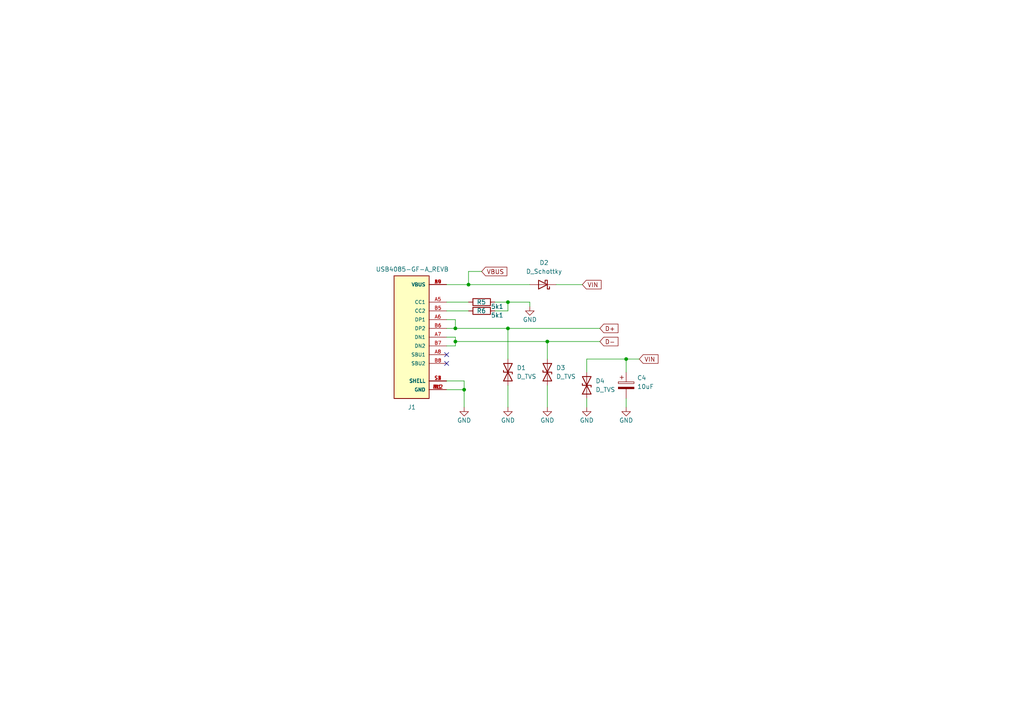
<source format=kicad_sch>
(kicad_sch (version 20231120) (generator "eeschema") (generator_version "8.0")
  (paper "A4")
  (lib_symbols
    (symbol "Device:C_Polarized" (pin_numbers hide) (pin_names (offset 0.254))
      (property "Reference" "C" (at 0.635 2.54 0))
      (property "Value" "C_Polarized" (at 0.635 -2.54 0))
      (symbol "C_Polarized_0_1"
        (rectangle (start -2.286 0.508) (end 2.286 1.016))
        (polyline (pts (xy -1.778 2.286) (xy -0.762 2.286)))
        (polyline (pts (xy -1.27 2.794) (xy -1.27 1.778)))
        (rectangle (start 2.286 -0.508) (end -2.286 -1.016) (fill (type outline)))
      )
      (symbol "C_Polarized_1_1"
        (pin passive line (at 0 3.81 270) (length 2.794) (name "~") (number "1"))
        (pin passive line (at 0 -3.81 90) (length 2.794) (name "~") (number "2"))
      )
    )
    (symbol "Device:D_Schottky" (pin_numbers hide) (pin_names (offset 1.016) hide)
      (property "Reference" "D" (at 0 2.54 0))
      (property "Value" "D_Schottky" (at 0 -2.54 0))
      (symbol "D_Schottky_0_1"
        (polyline (pts (xy 1.27 0) (xy -1.27 0)))
        (polyline (pts (xy 1.27 1.27) (xy 1.27 -1.27) (xy -1.27 0) (xy 1.27 1.27)) (stroke (width 0.254)))
        (polyline (pts (xy -1.905 0.635) (xy -1.905 1.27) (xy -1.27 1.27) (xy -1.27 -1.27) (xy -0.635 -1.27) (xy -0.635 -0.635)) (stroke (width 0.254)))
      )
      (symbol "D_Schottky_1_1"
        (pin passive line (at -3.81 0 0) (length 2.54) (name "K") (number "1"))
        (pin passive line (at 3.81 0 180) (length 2.54) (name "A") (number "2"))
      )
    )
    (symbol "Device:D_TVS" (pin_numbers hide) (pin_names (offset 1.016) hide)
      (property "Reference" "D" (at 0 2.54 0))
      (property "Value" "D_TVS" (at 0 -2.54 0))
      (symbol "D_TVS_0_1"
        (polyline (pts (xy 1.27 0) (xy -1.27 0)))
        (polyline (pts (xy 0.508 1.27) (xy 0 1.27) (xy 0 -1.27) (xy -0.508 -1.27)) (stroke (width 0.254)))
        (polyline (pts (xy -2.54 1.27) (xy -2.54 -1.27) (xy 2.54 1.27) (xy 2.54 -1.27) (xy -2.54 1.27)) (stroke (width 0.254)))
      )
      (symbol "D_TVS_1_1"
        (pin passive line (at -3.81 0 0) (length 2.54) (name "A1") (number "1"))
        (pin passive line (at 3.81 0 180) (length 2.54) (name "A2") (number "2"))
      )
    )
    (symbol "Device:R" (pin_numbers hide) (pin_names (offset 0))
      (property "Reference" "R" (at 2.032 0 90))
      (property "Value" "R" (at 0 0 90))
      (symbol "R_0_1"
        (rectangle (start -1.016 -2.54) (end 1.016 2.54) (stroke (width 0.254)))
      )
      (symbol "R_1_1"
        (pin passive line (at 0 3.81 270) (length 1.27) (name "~") (number "1"))
        (pin passive line (at 0 -3.81 90) (length 1.27) (name "~") (number "2"))
      )
    )
    (symbol "USB4085-GF-A_REVB:USB4085-GF-A_REVB" (pin_names (offset 1.016))
      (property "Reference" "J" (at -5.08 18.288 0))
      (property "Value" "USB4085-GF-A_REVB" (at -5.08 -20.32 0))
      (symbol "USB4085-GF-A_REVB_0_0"
        (rectangle (start -5.08 -17.78) (end 5.08 17.78) (stroke (width 0.254)) (fill (type background)))
        (pin power_in line (at -10.16 -15.24 0) (length 5.08) (name "GND") (number "A1"))
        (pin power_in line (at -10.16 -15.24 0) (length 5.08) (name "GND") (number "A12"))
        (pin power_in line (at -10.16 15.24 0) (length 5.08) (name "VBUS") (number "A4"))
        (pin bidirectional line (at -10.16 10.16 0) (length 5.08) (name "CC1") (number "A5"))
        (pin bidirectional line (at -10.16 5.08 0) (length 5.08) (name "DP1") (number "A6"))
        (pin bidirectional line (at -10.16 0 0) (length 5.08) (name "DN1") (number "A7"))
        (pin bidirectional line (at -10.16 -5.08 0) (length 5.08) (name "SBU1") (number "A8"))
        (pin power_in line (at -10.16 15.24 0) (length 5.08) (name "VBUS") (number "A9"))
        (pin power_in line (at -10.16 -15.24 0) (length 5.08) (name "GND") (number "B1"))
        (pin power_in line (at -10.16 -15.24 0) (length 5.08) (name "GND") (number "B12"))
        (pin power_in line (at -10.16 15.24 0) (length 5.08) (name "VBUS") (number "B4"))
        (pin bidirectional line (at -10.16 7.62 0) (length 5.08) (name "CC2") (number "B5"))
        (pin bidirectional line (at -10.16 2.54 0) (length 5.08) (name "DP2") (number "B6"))
        (pin bidirectional line (at -10.16 -2.54 0) (length 5.08) (name "DN2") (number "B7"))
        (pin bidirectional line (at -10.16 -7.62 0) (length 5.08) (name "SBU2") (number "B8"))
        (pin power_in line (at -10.16 15.24 0) (length 5.08) (name "VBUS") (number "B9"))
        (pin passive line (at -10.16 -12.7 0) (length 5.08) (name "SHELL") (number "S1"))
        (pin passive line (at -10.16 -12.7 0) (length 5.08) (name "SHELL") (number "S2"))
        (pin passive line (at -10.16 -12.7 0) (length 5.08) (name "SHELL") (number "S3"))
        (pin passive line (at -10.16 -12.7 0) (length 5.08) (name "SHELL") (number "S4"))
      )
    )
    (symbol "power:GND" (power) (pin_names (offset 0))
      (property "Value" "GND" (at 0 -3.81 0))
      (symbol "GND_0_1"
        (polyline (pts (xy 0 0) (xy 0 -1.27) (xy 1.27 -1.27) (xy 0 -2.54) (xy -1.27 -1.27) (xy 0 -1.27)))
      )
      (symbol "GND_1_1"
        (pin power_in line (at 0 0 270) (length 0) hide (name "GND") (number "1"))
      )
    )
  )
  (junction (at 132.08 99.06))
  (junction (at 147.32 95.25))
  (junction (at 158.75 99.06))
  (junction (at 181.61 104.14))
  (junction (at 147.32 87.63))
  (junction (at 134.62 113.03))
  (junction (at 135.89 82.55))
  (junction (at 132.08 95.25))
  (no_connect (at 129.54 102.87))
  (no_connect (at 129.54 105.41))
  (wire (pts (xy 132.08 97.79) (xy 132.08 99.06)))
  (wire (pts (xy 147.32 95.25) (xy 147.32 104.14)))
  (wire (pts (xy 158.75 99.06) (xy 158.75 104.14)))
  (wire (pts (xy 132.08 99.06) (xy 158.75 99.06)))
  (wire (pts (xy 147.32 90.17) (xy 143.51 90.17)))
  (wire (pts (xy 181.61 104.14) (xy 185.42 104.14)))
  (wire (pts (xy 158.75 99.06) (xy 173.99 99.06)))
  (wire (pts (xy 129.54 113.03) (xy 134.62 113.03)))
  (wire (pts (xy 147.32 111.76) (xy 147.32 118.11)))
  (wire (pts (xy 181.61 104.14) (xy 181.61 107.95)))
  (wire (pts (xy 129.54 82.55) (xy 135.89 82.55)))
  (wire (pts (xy 132.08 95.25) (xy 147.32 95.25)))
  (wire (pts (xy 170.18 104.14) (xy 170.18 107.95)))
  (wire (pts (xy 132.08 99.06) (xy 132.08 100.33)))
  (wire (pts (xy 147.32 87.63) (xy 147.32 90.17)))
  (wire (pts (xy 147.32 87.63) (xy 153.67 87.63)))
  (wire (pts (xy 161.29 82.55) (xy 168.91 82.55)))
  (wire (pts (xy 129.54 95.25) (xy 132.08 95.25)))
  (wire (pts (xy 153.67 87.63) (xy 153.67 88.9)))
  (wire (pts (xy 134.62 113.03) (xy 134.62 118.11)))
  (wire (pts (xy 135.89 78.74) (xy 135.89 82.55)))
  (wire (pts (xy 129.54 110.49) (xy 134.62 110.49)))
  (wire (pts (xy 181.61 115.57) (xy 181.61 118.11)))
  (wire (pts (xy 139.7 78.74) (xy 135.89 78.74)))
  (wire (pts (xy 129.54 87.63) (xy 135.89 87.63)))
  (wire (pts (xy 134.62 110.49) (xy 134.62 113.03)))
  (wire (pts (xy 129.54 92.71) (xy 132.08 92.71)))
  (wire (pts (xy 181.61 104.14) (xy 170.18 104.14)))
  (wire (pts (xy 129.54 100.33) (xy 132.08 100.33)))
  (wire (pts (xy 158.75 111.76) (xy 158.75 118.11)))
  (wire (pts (xy 143.51 87.63) (xy 147.32 87.63)))
  (wire (pts (xy 147.32 95.25) (xy 173.99 95.25)))
  (wire (pts (xy 129.54 97.79) (xy 132.08 97.79)))
  (wire (pts (xy 170.18 115.57) (xy 170.18 118.11)))
  (wire (pts (xy 129.54 90.17) (xy 135.89 90.17)))
  (wire (pts (xy 135.89 82.55) (xy 153.67 82.55)))
  (wire (pts (xy 132.08 92.71) (xy 132.08 95.25)))
  (global_label "VIN" (shape input) (at 168.91 82.55 0) (property "Intersheetrefs" "${INTERSHEET_REFS}" (effects (hide yes))))
  (global_label "VBUS" (shape input) (at 139.7 78.74 0) (property "Intersheetrefs" "${INTERSHEET_REFS}" (effects (hide yes))))
  (global_label "D-" (shape input) (at 173.99 99.06 0) (property "Intersheetrefs" "${INTERSHEET_REFS}" (effects (hide yes))))
  (global_label "VIN" (shape input) (at 185.42 104.14 0) (property "Intersheetrefs" "${INTERSHEET_REFS}" (effects (hide yes))))
  (global_label "D+" (shape input) (at 173.99 95.25 0) (property "Intersheetrefs" "${INTERSHEET_REFS}" (effects (hide yes))))
  (symbol (lib_id "power:GND") (at 158.75 118.11 0) (unit 1)
    (property "Reference" "#PWR010" (effects (hide yes)))
    (property "Value" "GND" (at 158.75 121.92 0))
  )
  (symbol (lib_id "power:GND") (at 147.32 118.11 0) (unit 1)
    (property "Reference" "#PWR08" (effects (hide yes)))
    (property "Value" "GND" (at 147.32 121.92 0))
  )
  (symbol (lib_id "USB4085-GF-A_REVB:USB4085-GF-A_REVB") (at 119.38 97.79 0) (mirror y) (unit 1)
    (property "Reference" "J1" (at 120.65 118.11 0) (effects (justify left)))
    (property "Value" "USB4085-GF-A_REVB" (at 130.175 78.105 0) (effects (justify left)))
    (property "Footprint" "GCT_USB4110:CGT_USB4110" (effects (hide yes)))
    (property "Description" "\nUSB-C (USB TYPE-C) USB 2.0 Receptacle Connector 24 (16+8 Dummy) Position Through Hole, Right Angle, low cost, 3.46mm profile, 16 pin, horizontal, Top mount\n" (effects (hide yes)))
    (property "MF" "Global Connector Technology" (effects (hide yes)))
    (property "MAXIMUM_PACKAGE_HEIGHT" "3.16mm" (effects (hide yes)))
    (property "Package" "None" (effects (hide yes)))
    (property "Price" "None" (effects (hide yes)))
    (property "Check_prices" "https://www.snapeda.com/parts/USB4085-GF-A/Global+Connector+Technology/view-part/?ref=eda" (effects (hide yes)))
    (property "STANDARD" "Manufacturer Recommendations" (effects (hide yes)))
    (property "PARTREV" "B" (effects (hide yes)))
    (property "SnapEDA_Link" "https://www.snapeda.com/parts/USB4085-GF-A/Global+Connector+Technology/view-part/?ref=snap" (effects (hide yes)))
    (property "MP" "USB4085-GF-A" (effects (hide yes)))
    (property "Purchase-URL" "https://www.snapeda.com/api/url_track_click_mouser/?unipart_id=2780390&manufacturer=Global Connector Technology&part_name=USB4085-GF-A&search_term=None" (effects (hide yes)))
    (property "MANUFACTURER" "Global Connector Technology" (effects (hide yes)))
    (property "Availability" "In Stock" (effects (hide yes)))
    (property "SNAPEDA_PN" "USB4085-GF-A" (effects (hide yes)))
  )
  (symbol (lib_id "Device:D_Schottky") (at 157.48 82.55 180) (unit 1)
    (property "Reference" "D2" (at 157.7975 76.2 0))
    (property "Value" "D_Schottky" (at 157.7975 78.74 0))
    (property "Footprint" "Diode_SMD:D_SOD-123" (effects (hide yes)))
  )
  (symbol (lib_id "power:GND") (at 181.61 118.11 0) (unit 1)
    (property "Reference" "#PWR012" (effects (hide yes)))
    (property "Value" "GND" (at 181.61 121.92 0))
  )
  (symbol (lib_id "power:GND") (at 134.62 118.11 0) (unit 1)
    (property "Reference" "#PWR07" (effects (hide yes)))
    (property "Value" "GND" (at 134.62 121.92 0))
  )
  (symbol (lib_id "Device:D_TVS") (at 147.32 107.95 90) (unit 1)
    (property "Reference" "D1" (at 149.86 106.68 90) (effects (justify right)))
    (property "Value" "D_TVS" (at 149.86 109.22 90) (effects (justify right)))
    (property "Footprint" "Diode_SMD:D_SOD-323" (effects (hide yes)))
  )
  (symbol (lib_id "Device:C_Polarized") (at 181.61 111.76 0) (unit 1)
    (property "Reference" "C4" (at 184.785 109.601 0) (effects (justify left)))
    (property "Value" "10uF" (at 184.785 112.141 0) (effects (justify left)))
    (property "Footprint" "Capacitor_SMD:CP_Elec_5x5.8" (effects (hide yes)))
  )
  (symbol (lib_id "Device:R") (at 139.7 87.63 90) (unit 1)
    (property "Reference" "R5" (at 140.97 87.63 90) (effects (justify left)))
    (property "Value" "5k1" (at 146.05 88.9 90) (effects (justify left)))
    (property "Footprint" "Resistor_SMD:R_0805_2012Metric" (effects (hide yes)))
  )
  (symbol (lib_id "power:GND") (at 170.18 118.11 0) (unit 1)
    (property "Reference" "#PWR011" (effects (hide yes)))
    (property "Value" "GND" (at 170.18 121.92 0))
  )
  (symbol (lib_id "Device:R") (at 139.7 90.17 90) (unit 1)
    (property "Reference" "R6" (at 140.97 90.17 90) (effects (justify left)))
    (property "Value" "5k1" (at 146.05 91.44 90) (effects (justify left)))
    (property "Footprint" "Resistor_SMD:R_0805_2012Metric" (effects (hide yes)))
  )
  (symbol (lib_id "power:GND") (at 153.67 88.9 0) (unit 1)
    (property "Reference" "#PWR09" (effects (hide yes)))
    (property "Value" "GND" (at 153.67 92.71 0))
  )
  (symbol (lib_id "Device:D_TVS") (at 158.75 107.95 90) (unit 1)
    (property "Reference" "D3" (at 161.29 106.68 90) (effects (justify right)))
    (property "Value" "D_TVS" (at 161.29 109.22 90) (effects (justify right)))
    (property "Footprint" "Diode_SMD:D_SOD-323" (effects (hide yes)))
  )
  (symbol (lib_id "Device:D_TVS") (at 170.18 111.76 90) (unit 1)
    (property "Reference" "D4" (at 172.72 110.49 90) (effects (justify right)))
    (property "Value" "D_TVS" (at 172.72 113.03 90) (effects (justify right)))
    (property "Footprint" "Diode_SMD:D_SOD-323" (effects (hide yes)))
  )
)
</source>
